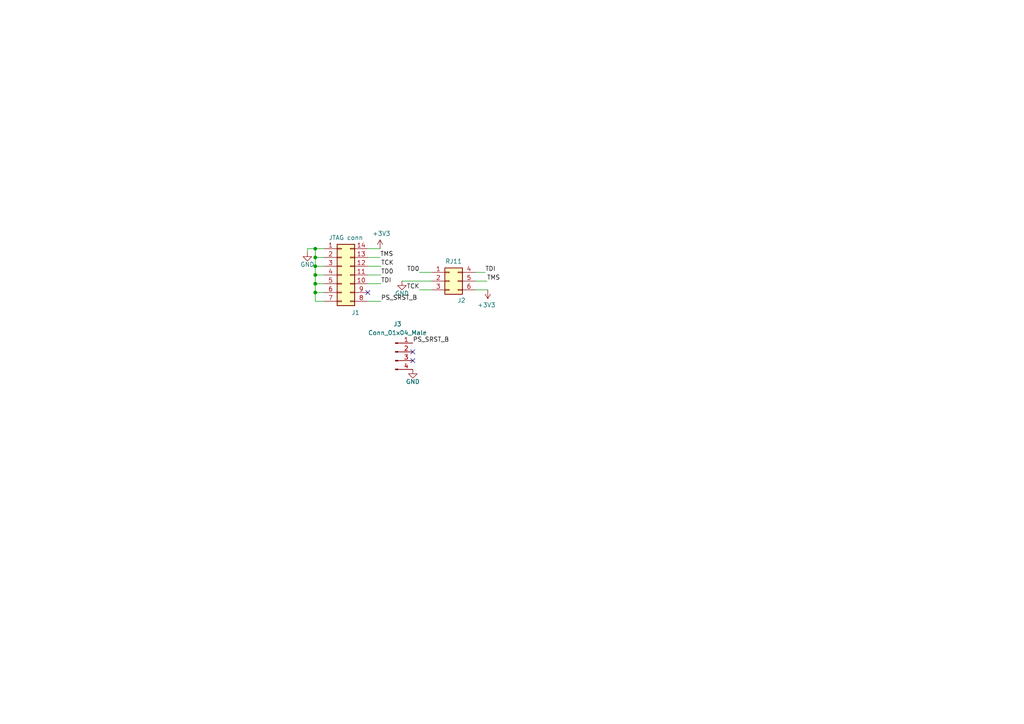
<source format=kicad_sch>
(kicad_sch (version 20211123) (generator eeschema)
  (paper "A4")
  (title_block (title "McBirdie"))
  (lib_symbols
    (symbol "Connector:Conn_01x04_Male" (pin_names (offset 1.016) hide)
      (property "Reference" "J" (at 0 5.08 0))
      (property "Value" "Conn_01x04_Male" (at 0 -7.62 0))
      (symbol "Conn_01x04_Male_1_1"
        (polyline (pts (xy 1.27 -5.08) (xy 0.8636 -5.08)) (stroke (width 0.1524)))
        (polyline (pts (xy 1.27 -2.54) (xy 0.8636 -2.54)) (stroke (width 0.1524)))
        (polyline (pts (xy 1.27 0) (xy 0.8636 0)) (stroke (width 0.1524)))
        (polyline (pts (xy 1.27 2.54) (xy 0.8636 2.54)) (stroke (width 0.1524)))
        (rectangle (start 0.8636 -4.953) (end 0 -5.207) (stroke (width 0.1524)) (fill (type outline)))
        (rectangle (start 0.8636 -2.413) (end 0 -2.667) (stroke (width 0.1524)) (fill (type outline)))
        (rectangle (start 0.8636 0.127) (end 0 -0.127) (stroke (width 0.1524)) (fill (type outline)))
        (rectangle (start 0.8636 2.667) (end 0 2.413) (stroke (width 0.1524)) (fill (type outline)))
        (pin passive line (at 5.08 2.54 180) (length 3.81) (name "Pin_1") (number "1"))
        (pin passive line (at 5.08 0 180) (length 3.81) (name "Pin_2") (number "2"))
        (pin passive line (at 5.08 -2.54 180) (length 3.81) (name "Pin_3") (number "3"))
        (pin passive line (at 5.08 -5.08 180) (length 3.81) (name "Pin_4") (number "4"))
      )
    )
    (symbol "Connector_Generic:Conn_02x03_Top_Bottom" (pin_names (offset 1.016) hide)
      (property "Reference" "J" (at 1.27 5.08 0))
      (property "Value" "Conn_02x03_Top_Bottom" (at 1.27 -5.08 0))
      (symbol "Conn_02x03_Top_Bottom_1_1"
        (rectangle (start -1.27 -2.413) (end 0 -2.667) (stroke (width 0.1524)))
        (rectangle (start -1.27 0.127) (end 0 -0.127) (stroke (width 0.1524)))
        (rectangle (start -1.27 2.667) (end 0 2.413) (stroke (width 0.1524)))
        (rectangle (start -1.27 3.81) (end 3.81 -3.81) (stroke (width 0.254)) (fill (type background)))
        (rectangle (start 3.81 -2.413) (end 2.54 -2.667) (stroke (width 0.1524)))
        (rectangle (start 3.81 0.127) (end 2.54 -0.127) (stroke (width 0.1524)))
        (rectangle (start 3.81 2.667) (end 2.54 2.413) (stroke (width 0.1524)))
        (pin passive line (at -5.08 2.54 0) (length 3.81) (name "Pin_1") (number "1"))
        (pin passive line (at -5.08 0 0) (length 3.81) (name "Pin_2") (number "2"))
        (pin passive line (at -5.08 -2.54 0) (length 3.81) (name "Pin_3") (number "3"))
        (pin passive line (at 7.62 2.54 180) (length 3.81) (name "Pin_4") (number "4"))
        (pin passive line (at 7.62 0 180) (length 3.81) (name "Pin_5") (number "5"))
        (pin passive line (at 7.62 -2.54 180) (length 3.81) (name "Pin_6") (number "6"))
      )
    )
    (symbol "Connector_Generic:Conn_02x07_Counter_Clockwise" (pin_names (offset 1.016) hide)
      (property "Reference" "J" (at 1.27 10.16 0))
      (property "Value" "Conn_02x07_Counter_Clockwise" (at 1.27 -10.16 0))
      (symbol "Conn_02x07_Counter_Clockwise_1_1"
        (rectangle (start -1.27 -7.493) (end 0 -7.747) (stroke (width 0.1524)))
        (rectangle (start -1.27 -4.953) (end 0 -5.207) (stroke (width 0.1524)))
        (rectangle (start -1.27 -2.413) (end 0 -2.667) (stroke (width 0.1524)))
        (rectangle (start -1.27 0.127) (end 0 -0.127) (stroke (width 0.1524)))
        (rectangle (start -1.27 2.667) (end 0 2.413) (stroke (width 0.1524)))
        (rectangle (start -1.27 5.207) (end 0 4.953) (stroke (width 0.1524)))
        (rectangle (start -1.27 7.747) (end 0 7.493) (stroke (width 0.1524)))
        (rectangle (start -1.27 8.89) (end 3.81 -8.89) (stroke (width 0.254)) (fill (type background)))
        (rectangle (start 3.81 -7.493) (end 2.54 -7.747) (stroke (width 0.1524)))
        (rectangle (start 3.81 -4.953) (end 2.54 -5.207) (stroke (width 0.1524)))
        (rectangle (start 3.81 -2.413) (end 2.54 -2.667) (stroke (width 0.1524)))
        (rectangle (start 3.81 0.127) (end 2.54 -0.127) (stroke (width 0.1524)))
        (rectangle (start 3.81 2.667) (end 2.54 2.413) (stroke (width 0.1524)))
        (rectangle (start 3.81 5.207) (end 2.54 4.953) (stroke (width 0.1524)))
        (rectangle (start 3.81 7.747) (end 2.54 7.493) (stroke (width 0.1524)))
        (pin passive line (at -5.08 7.62 0) (length 3.81) (name "Pin_1") (number "1"))
        (pin passive line (at 7.62 -2.54 180) (length 3.81) (name "Pin_10") (number "10"))
        (pin passive line (at 7.62 0 180) (length 3.81) (name "Pin_11") (number "11"))
        (pin passive line (at 7.62 2.54 180) (length 3.81) (name "Pin_12") (number "12"))
        (pin passive line (at 7.62 5.08 180) (length 3.81) (name "Pin_13") (number "13"))
        (pin passive line (at 7.62 7.62 180) (length 3.81) (name "Pin_14") (number "14"))
        (pin passive line (at -5.08 5.08 0) (length 3.81) (name "Pin_2") (number "2"))
        (pin passive line (at -5.08 2.54 0) (length 3.81) (name "Pin_3") (number "3"))
        (pin passive line (at -5.08 0 0) (length 3.81) (name "Pin_4") (number "4"))
        (pin passive line (at -5.08 -2.54 0) (length 3.81) (name "Pin_5") (number "5"))
        (pin passive line (at -5.08 -5.08 0) (length 3.81) (name "Pin_6") (number "6"))
        (pin passive line (at -5.08 -7.62 0) (length 3.81) (name "Pin_7") (number "7"))
        (pin passive line (at 7.62 -7.62 180) (length 3.81) (name "Pin_8") (number "8"))
        (pin passive line (at 7.62 -5.08 180) (length 3.81) (name "Pin_9") (number "9"))
      )
    )
    (symbol "power:+3V3" (power) (pin_names (offset 0))
      (property "Value" "+3V3" (at 0 3.556 0))
      (symbol "+3V3_0_1"
        (polyline (pts (xy -0.762 1.27) (xy 0 2.54)))
        (polyline (pts (xy 0 0) (xy 0 2.54)))
        (polyline (pts (xy 0 2.54) (xy 0.762 1.27)))
      )
      (symbol "+3V3_1_1"
        (pin power_in line (at 0 0 90) (length 0) hide (name "+3V3") (number "1"))
      )
    )
    (symbol "power:GND" (power) (pin_names (offset 0))
      (property "Value" "GND" (at 0 -3.81 0))
      (symbol "GND_0_1"
        (polyline (pts (xy 0 0) (xy 0 -1.27) (xy 1.27 -1.27) (xy 0 -2.54) (xy -1.27 -1.27) (xy 0 -1.27)))
      )
      (symbol "GND_1_1"
        (pin power_in line (at 0 0 270) (length 0) hide (name "GND") (number "1"))
      )
    )
  )
  (junction (at 91.44 79.756))
  (junction (at 91.44 72.136))
  (junction (at 91.44 74.676))
  (junction (at 91.44 84.836))
  (junction (at 91.44 77.216))
  (junction (at 91.44 82.296))
  (no_connect (at 119.7356 104.5972))
  (no_connect (at 119.7356 102.0572))
  (no_connect (at 106.68 84.836))
  (wire (pts (xy 89.154 72.136) (xy 89.154 73.152)))
  (wire (pts (xy 93.98 72.136) (xy 91.44 72.136)))
  (wire (pts (xy 106.68 77.216) (xy 110.49 77.216)))
  (wire (pts (xy 106.68 87.376) (xy 110.49 87.376)))
  (wire (pts (xy 91.44 82.296) (xy 91.44 84.836)))
  (wire (pts (xy 137.922 78.994) (xy 140.716 78.994)))
  (wire (pts (xy 91.44 72.136) (xy 89.154 72.136)))
  (wire (pts (xy 106.68 74.676) (xy 110.236 74.676)))
  (wire (pts (xy 91.44 84.836) (xy 91.44 87.376)))
  (wire (pts (xy 91.44 74.676) (xy 91.44 77.216)))
  (wire (pts (xy 106.68 79.756) (xy 110.49 79.756)))
  (wire (pts (xy 125.222 84.074) (xy 121.666 84.074)))
  (wire (pts (xy 137.922 81.534) (xy 141.224 81.534)))
  (wire (pts (xy 106.68 72.136) (xy 110.236 72.136)))
  (wire (pts (xy 93.98 87.376) (xy 91.44 87.376)))
  (wire (pts (xy 106.68 82.296) (xy 110.49 82.296)))
  (wire (pts (xy 91.44 79.756) (xy 91.44 77.216)))
  (wire (pts (xy 93.98 84.836) (xy 91.44 84.836)))
  (wire (pts (xy 125.222 78.994) (xy 121.666 78.994)))
  (wire (pts (xy 93.98 82.296) (xy 91.44 82.296)))
  (wire (pts (xy 137.922 84.074) (xy 141.478 84.074)))
  (wire (pts (xy 91.44 74.676) (xy 91.44 72.136)))
  (wire (pts (xy 116.586 81.534) (xy 125.222 81.534)))
  (wire (pts (xy 91.44 79.756) (xy 91.44 82.296)))
  (wire (pts (xy 93.98 79.756) (xy 91.44 79.756)))
  (wire (pts (xy 93.98 74.676) (xy 91.44 74.676)))
  (wire (pts (xy 91.44 77.216) (xy 93.98 77.216)))
  (label "PS_SRST_B" (at 110.49 87.376 0))
  (label "TMS" (at 110.236 74.676 0))
  (label "TCK" (at 110.49 77.216 0))
  (label "PS_SRST_B" (at 119.7356 99.5172 0))
  (label "TDI" (at 110.49 82.296 0))
  (label "TMS" (at 141.224 81.534 0))
  (label "TDI" (at 140.716 78.994 0))
  (label "TCK" (at 121.666 84.074 180))
  (label "TD0" (at 110.49 79.756 0))
  (label "TD0" (at 121.666 78.994 180))
  (symbol (lib_id "Connector_Generic:Conn_02x03_Top_Bottom") (at 130.302 81.534 0) (unit 1)
    (property "Reference" "J2" (at 133.858 87.122 0))
    (property "Value" "RJ11" (at 131.572 75.7936 0))
    (property "Footprint" "Connector_RJ:RJ12_Amphenol_54601" (effects hide))
  )
  (symbol (lib_id "power:GND") (at 89.154 73.152 0) (unit 1)
    (property "Reference" "#PWR01" (effects hide))
    (property "Value" "GND" (at 89.154 76.708 0))
  )
  (symbol (lib_id "power:GND") (at 116.586 81.534 0) (unit 1)
    (property "Reference" "#PWR04" (effects hide))
    (property "Value" "GND" (at 116.586 85.09 0))
  )
  (symbol (lib_id "Connector_Generic:Conn_02x07_Counter_Clockwise") (at 99.06 79.756 0) (unit 1)
    (property "Reference" "J1" (at 103.124 90.678 0))
    (property "Value" "JTAG conn" (at 100.33 68.9356 0))
    (property "Footprint" "Connector_PinHeader_2.00mm:PinHeader_2x07_P2.00mm_Vertical" (effects hide))
  )
  (symbol (lib_id "power:+3V3") (at 141.478 84.074 180) (unit 1)
    (property "Reference" "#PWR03" (effects hide))
    (property "Value" "+3V3" (at 141.097 88.4682 0))
  )
  (symbol (lib_id "power:+3V3") (at 110.236 72.136 0) (unit 1)
    (property "Reference" "#PWR02" (effects hide))
    (property "Value" "+3V3" (at 110.617 67.7418 0))
  )
  (symbol (lib_id "Connector:Conn_01x04_Male") (at 114.6556 102.0572 0) (unit 1)
    (property "Reference" "J3" (at 115.2906 93.98 0))
    (property "Value" "Conn_01x04_Male" (at 115.2906 96.52 0))
    (property "Footprint" "Connector_PinHeader_2.54mm:PinHeader_1x04_P2.54mm_Vertical" (effects hide))
  )
  (symbol (lib_id "power:GND") (at 119.7356 107.1372 0) (unit 1)
    (property "Reference" "#PWR0101" (effects hide))
    (property "Value" "GND" (at 119.7356 110.6932 0))
  )
)
</source>
